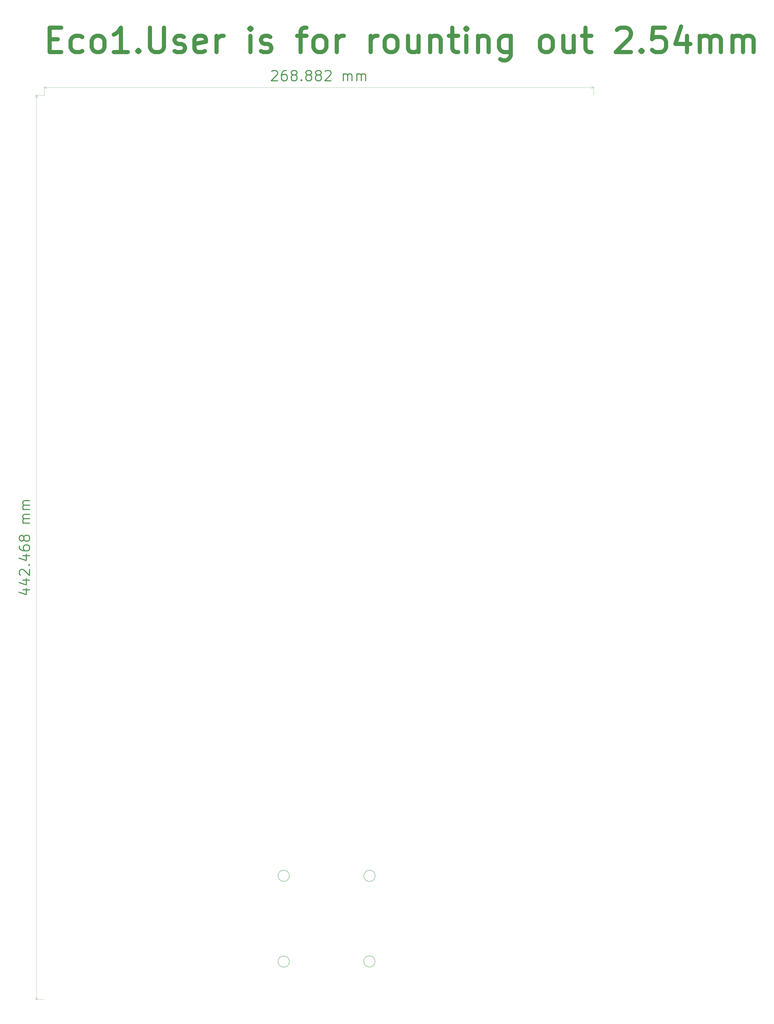
<source format=gbr>
G04 #@! TF.GenerationSoftware,KiCad,Pcbnew,(5.1.5)-3*
G04 #@! TF.CreationDate,2020-11-06T03:20:09-03:00*
G04 #@! TF.ProjectId,baseline_small,62617365-6c69-46e6-955f-736d616c6c2e,0.1*
G04 #@! TF.SameCoordinates,Original*
G04 #@! TF.FileFunction,Other,Comment*
%FSLAX46Y46*%
G04 Gerber Fmt 4.6, Leading zero omitted, Abs format (unit mm)*
G04 Created by KiCad (PCBNEW (5.1.5)-3) date 2020-11-06 03:20:09*
%MOMM*%
%LPD*%
G04 APERTURE LIST*
%ADD10C,0.500000*%
%ADD11C,0.120000*%
%ADD12C,2.000000*%
%ADD13C,0.150000*%
G04 APERTURE END LIST*
D10*
X-410600068Y-233686859D02*
X-407266735Y-233686859D01*
X-412504830Y-234877335D02*
X-408933401Y-236067812D01*
X-408933401Y-232972574D01*
X-410600068Y-228924954D02*
X-407266735Y-228924954D01*
X-412504830Y-230115431D02*
X-408933401Y-231305907D01*
X-408933401Y-228210669D01*
X-411790544Y-226544002D02*
X-412028640Y-226305907D01*
X-412266735Y-225829716D01*
X-412266735Y-224639240D01*
X-412028640Y-224163050D01*
X-411790544Y-223924954D01*
X-411314354Y-223686859D01*
X-410838163Y-223686859D01*
X-410123878Y-223924954D01*
X-407266735Y-226782097D01*
X-407266735Y-223686859D01*
X-407742925Y-221544002D02*
X-407504830Y-221305907D01*
X-407266735Y-221544002D01*
X-407504830Y-221782097D01*
X-407742925Y-221544002D01*
X-407266735Y-221544002D01*
X-410600068Y-217020193D02*
X-407266735Y-217020193D01*
X-412504830Y-218210669D02*
X-408933401Y-219401145D01*
X-408933401Y-216305907D01*
X-412266735Y-212258288D02*
X-412266735Y-213210669D01*
X-412028640Y-213686859D01*
X-411790544Y-213924954D01*
X-411076259Y-214401145D01*
X-410123878Y-214639240D01*
X-408219116Y-214639240D01*
X-407742925Y-214401145D01*
X-407504830Y-214163050D01*
X-407266735Y-213686859D01*
X-407266735Y-212734478D01*
X-407504830Y-212258288D01*
X-407742925Y-212020193D01*
X-408219116Y-211782097D01*
X-409409592Y-211782097D01*
X-409885782Y-212020193D01*
X-410123878Y-212258288D01*
X-410361973Y-212734478D01*
X-410361973Y-213686859D01*
X-410123878Y-214163050D01*
X-409885782Y-214401145D01*
X-409409592Y-214639240D01*
X-410123878Y-208924954D02*
X-410361973Y-209401145D01*
X-410600068Y-209639240D01*
X-411076259Y-209877335D01*
X-411314354Y-209877335D01*
X-411790544Y-209639240D01*
X-412028640Y-209401145D01*
X-412266735Y-208924954D01*
X-412266735Y-207972574D01*
X-412028640Y-207496383D01*
X-411790544Y-207258288D01*
X-411314354Y-207020193D01*
X-411076259Y-207020193D01*
X-410600068Y-207258288D01*
X-410361973Y-207496383D01*
X-410123878Y-207972574D01*
X-410123878Y-208924954D01*
X-409885782Y-209401145D01*
X-409647687Y-209639240D01*
X-409171497Y-209877335D01*
X-408219116Y-209877335D01*
X-407742925Y-209639240D01*
X-407504830Y-209401145D01*
X-407266735Y-208924954D01*
X-407266735Y-207972574D01*
X-407504830Y-207496383D01*
X-407742925Y-207258288D01*
X-408219116Y-207020193D01*
X-409171497Y-207020193D01*
X-409647687Y-207258288D01*
X-409885782Y-207496383D01*
X-410123878Y-207972574D01*
X-407266735Y-201067812D02*
X-410600068Y-201067812D01*
X-410123878Y-201067812D02*
X-410361973Y-200829716D01*
X-410600068Y-200353526D01*
X-410600068Y-199639240D01*
X-410361973Y-199163050D01*
X-409885782Y-198924954D01*
X-407266735Y-198924954D01*
X-409885782Y-198924954D02*
X-410361973Y-198686859D01*
X-410600068Y-198210669D01*
X-410600068Y-197496383D01*
X-410361973Y-197020193D01*
X-409885782Y-196782097D01*
X-407266735Y-196782097D01*
X-407266735Y-194401145D02*
X-410600068Y-194401145D01*
X-410123878Y-194401145D02*
X-410361973Y-194163050D01*
X-410600068Y-193686859D01*
X-410600068Y-192972574D01*
X-410361973Y-192496383D01*
X-409885782Y-192258288D01*
X-407266735Y-192258288D01*
X-409885782Y-192258288D02*
X-410361973Y-192020193D01*
X-410600068Y-191544002D01*
X-410600068Y-190829716D01*
X-410361973Y-190353526D01*
X-409885782Y-190115431D01*
X-407266735Y-190115431D01*
D11*
X-403908640Y-434206574D02*
X-403908640Y8261426D01*
X-400098640Y-434206574D02*
X-404495061Y-434206574D01*
X-400098640Y8261426D02*
X-404495061Y8261426D01*
X-403908640Y8261426D02*
X-403322219Y7134922D01*
X-403908640Y8261426D02*
X-404495061Y7134922D01*
X-403908640Y-434206574D02*
X-403322219Y-433080070D01*
X-403908640Y-434206574D02*
X-404495061Y-433080070D01*
D10*
X-288752758Y19953330D02*
X-288514662Y20191426D01*
X-288038472Y20429521D01*
X-286847996Y20429521D01*
X-286371805Y20191426D01*
X-286133710Y19953330D01*
X-285895615Y19477140D01*
X-285895615Y19000949D01*
X-286133710Y18286664D01*
X-288990853Y15429521D01*
X-285895615Y15429521D01*
X-281609900Y20429521D02*
X-282562281Y20429521D01*
X-283038472Y20191426D01*
X-283276567Y19953330D01*
X-283752758Y19239045D01*
X-283990853Y18286664D01*
X-283990853Y16381902D01*
X-283752758Y15905711D01*
X-283514662Y15667616D01*
X-283038472Y15429521D01*
X-282086091Y15429521D01*
X-281609900Y15667616D01*
X-281371805Y15905711D01*
X-281133710Y16381902D01*
X-281133710Y17572378D01*
X-281371805Y18048568D01*
X-281609900Y18286664D01*
X-282086091Y18524759D01*
X-283038472Y18524759D01*
X-283514662Y18286664D01*
X-283752758Y18048568D01*
X-283990853Y17572378D01*
X-278276567Y18286664D02*
X-278752758Y18524759D01*
X-278990853Y18762854D01*
X-279228948Y19239045D01*
X-279228948Y19477140D01*
X-278990853Y19953330D01*
X-278752758Y20191426D01*
X-278276567Y20429521D01*
X-277324186Y20429521D01*
X-276847996Y20191426D01*
X-276609900Y19953330D01*
X-276371805Y19477140D01*
X-276371805Y19239045D01*
X-276609900Y18762854D01*
X-276847996Y18524759D01*
X-277324186Y18286664D01*
X-278276567Y18286664D01*
X-278752758Y18048568D01*
X-278990853Y17810473D01*
X-279228948Y17334283D01*
X-279228948Y16381902D01*
X-278990853Y15905711D01*
X-278752758Y15667616D01*
X-278276567Y15429521D01*
X-277324186Y15429521D01*
X-276847996Y15667616D01*
X-276609900Y15905711D01*
X-276371805Y16381902D01*
X-276371805Y17334283D01*
X-276609900Y17810473D01*
X-276847996Y18048568D01*
X-277324186Y18286664D01*
X-274228948Y15905711D02*
X-273990853Y15667616D01*
X-274228948Y15429521D01*
X-274467043Y15667616D01*
X-274228948Y15905711D01*
X-274228948Y15429521D01*
X-271133710Y18286664D02*
X-271609900Y18524759D01*
X-271847996Y18762854D01*
X-272086091Y19239045D01*
X-272086091Y19477140D01*
X-271847996Y19953330D01*
X-271609900Y20191426D01*
X-271133710Y20429521D01*
X-270181329Y20429521D01*
X-269705139Y20191426D01*
X-269467043Y19953330D01*
X-269228948Y19477140D01*
X-269228948Y19239045D01*
X-269467043Y18762854D01*
X-269705139Y18524759D01*
X-270181329Y18286664D01*
X-271133710Y18286664D01*
X-271609900Y18048568D01*
X-271847996Y17810473D01*
X-272086091Y17334283D01*
X-272086091Y16381902D01*
X-271847996Y15905711D01*
X-271609900Y15667616D01*
X-271133710Y15429521D01*
X-270181329Y15429521D01*
X-269705139Y15667616D01*
X-269467043Y15905711D01*
X-269228948Y16381902D01*
X-269228948Y17334283D01*
X-269467043Y17810473D01*
X-269705139Y18048568D01*
X-270181329Y18286664D01*
X-266371805Y18286664D02*
X-266847996Y18524759D01*
X-267086091Y18762854D01*
X-267324186Y19239045D01*
X-267324186Y19477140D01*
X-267086091Y19953330D01*
X-266847996Y20191426D01*
X-266371805Y20429521D01*
X-265419424Y20429521D01*
X-264943234Y20191426D01*
X-264705139Y19953330D01*
X-264467043Y19477140D01*
X-264467043Y19239045D01*
X-264705139Y18762854D01*
X-264943234Y18524759D01*
X-265419424Y18286664D01*
X-266371805Y18286664D01*
X-266847996Y18048568D01*
X-267086091Y17810473D01*
X-267324186Y17334283D01*
X-267324186Y16381902D01*
X-267086091Y15905711D01*
X-266847996Y15667616D01*
X-266371805Y15429521D01*
X-265419424Y15429521D01*
X-264943234Y15667616D01*
X-264705139Y15905711D01*
X-264467043Y16381902D01*
X-264467043Y17334283D01*
X-264705139Y17810473D01*
X-264943234Y18048568D01*
X-265419424Y18286664D01*
X-262562281Y19953330D02*
X-262324186Y20191426D01*
X-261847996Y20429521D01*
X-260657520Y20429521D01*
X-260181329Y20191426D01*
X-259943234Y19953330D01*
X-259705139Y19477140D01*
X-259705139Y19000949D01*
X-259943234Y18286664D01*
X-262800377Y15429521D01*
X-259705139Y15429521D01*
X-253752758Y15429521D02*
X-253752758Y18762854D01*
X-253752758Y18286664D02*
X-253514662Y18524759D01*
X-253038472Y18762854D01*
X-252324186Y18762854D01*
X-251847996Y18524759D01*
X-251609900Y18048568D01*
X-251609900Y15429521D01*
X-251609900Y18048568D02*
X-251371805Y18524759D01*
X-250895615Y18762854D01*
X-250181329Y18762854D01*
X-249705139Y18524759D01*
X-249467043Y18048568D01*
X-249467043Y15429521D01*
X-247086091Y15429521D02*
X-247086091Y18762854D01*
X-247086091Y18286664D02*
X-246847996Y18524759D01*
X-246371805Y18762854D01*
X-245657520Y18762854D01*
X-245181329Y18524759D01*
X-244943234Y18048568D01*
X-244943234Y15429521D01*
X-244943234Y18048568D02*
X-244705139Y18524759D01*
X-244228948Y18762854D01*
X-243514662Y18762854D01*
X-243038472Y18524759D01*
X-242800377Y18048568D01*
X-242800377Y15429521D01*
D11*
X-400098640Y12071426D02*
X-131216400Y12071426D01*
X-400098640Y8261426D02*
X-400098640Y12657847D01*
X-131216400Y8261426D02*
X-131216400Y12657847D01*
X-131216400Y12071426D02*
X-132342904Y11485005D01*
X-131216400Y12071426D02*
X-132342904Y12657847D01*
X-400098640Y12071426D02*
X-398972136Y11485005D01*
X-400098640Y12071426D02*
X-398972136Y12657847D01*
D12*
X-397480357Y35718642D02*
X-393480357Y35718642D01*
X-391766071Y29432928D02*
X-397480357Y29432928D01*
X-397480357Y41432928D01*
X-391766071Y41432928D01*
X-381480357Y30004357D02*
X-382623214Y29432928D01*
X-384908928Y29432928D01*
X-386051785Y30004357D01*
X-386623214Y30575785D01*
X-387194642Y31718642D01*
X-387194642Y35147214D01*
X-386623214Y36290071D01*
X-386051785Y36861500D01*
X-384908928Y37432928D01*
X-382623214Y37432928D01*
X-381480357Y36861500D01*
X-374623214Y29432928D02*
X-375766071Y30004357D01*
X-376337500Y30575785D01*
X-376908928Y31718642D01*
X-376908928Y35147214D01*
X-376337500Y36290071D01*
X-375766071Y36861500D01*
X-374623214Y37432928D01*
X-372908928Y37432928D01*
X-371766071Y36861500D01*
X-371194642Y36290071D01*
X-370623214Y35147214D01*
X-370623214Y31718642D01*
X-371194642Y30575785D01*
X-371766071Y30004357D01*
X-372908928Y29432928D01*
X-374623214Y29432928D01*
X-359194642Y29432928D02*
X-366051785Y29432928D01*
X-362623214Y29432928D02*
X-362623214Y41432928D01*
X-363766071Y39718642D01*
X-364908928Y38575785D01*
X-366051785Y38004357D01*
X-354051785Y30575785D02*
X-353480357Y30004357D01*
X-354051785Y29432928D01*
X-354623214Y30004357D01*
X-354051785Y30575785D01*
X-354051785Y29432928D01*
X-348337500Y41432928D02*
X-348337500Y31718642D01*
X-347766071Y30575785D01*
X-347194642Y30004357D01*
X-346051785Y29432928D01*
X-343766071Y29432928D01*
X-342623214Y30004357D01*
X-342051785Y30575785D01*
X-341480357Y31718642D01*
X-341480357Y41432928D01*
X-336337500Y30004357D02*
X-335194642Y29432928D01*
X-332908928Y29432928D01*
X-331766071Y30004357D01*
X-331194642Y31147214D01*
X-331194642Y31718642D01*
X-331766071Y32861500D01*
X-332908928Y33432928D01*
X-334623214Y33432928D01*
X-335766071Y34004357D01*
X-336337500Y35147214D01*
X-336337500Y35718642D01*
X-335766071Y36861500D01*
X-334623214Y37432928D01*
X-332908928Y37432928D01*
X-331766071Y36861500D01*
X-321480357Y30004357D02*
X-322623214Y29432928D01*
X-324908928Y29432928D01*
X-326051785Y30004357D01*
X-326623214Y31147214D01*
X-326623214Y35718642D01*
X-326051785Y36861500D01*
X-324908928Y37432928D01*
X-322623214Y37432928D01*
X-321480357Y36861500D01*
X-320908928Y35718642D01*
X-320908928Y34575785D01*
X-326623214Y33432928D01*
X-315766071Y29432928D02*
X-315766071Y37432928D01*
X-315766071Y35147214D02*
X-315194642Y36290071D01*
X-314623214Y36861500D01*
X-313480357Y37432928D01*
X-312337500Y37432928D01*
X-299194642Y29432928D02*
X-299194642Y37432928D01*
X-299194642Y41432928D02*
X-299766071Y40861500D01*
X-299194642Y40290071D01*
X-298623214Y40861500D01*
X-299194642Y41432928D01*
X-299194642Y40290071D01*
X-294051785Y30004357D02*
X-292908928Y29432928D01*
X-290623214Y29432928D01*
X-289480357Y30004357D01*
X-288908928Y31147214D01*
X-288908928Y31718642D01*
X-289480357Y32861500D01*
X-290623214Y33432928D01*
X-292337500Y33432928D01*
X-293480357Y34004357D01*
X-294051785Y35147214D01*
X-294051785Y35718642D01*
X-293480357Y36861500D01*
X-292337500Y37432928D01*
X-290623214Y37432928D01*
X-289480357Y36861500D01*
X-276337500Y37432928D02*
X-271766071Y37432928D01*
X-274623214Y29432928D02*
X-274623214Y39718642D01*
X-274051785Y40861500D01*
X-272908928Y41432928D01*
X-271766071Y41432928D01*
X-266051785Y29432928D02*
X-267194642Y30004357D01*
X-267766071Y30575785D01*
X-268337500Y31718642D01*
X-268337500Y35147214D01*
X-267766071Y36290071D01*
X-267194642Y36861500D01*
X-266051785Y37432928D01*
X-264337500Y37432928D01*
X-263194642Y36861500D01*
X-262623214Y36290071D01*
X-262051785Y35147214D01*
X-262051785Y31718642D01*
X-262623214Y30575785D01*
X-263194642Y30004357D01*
X-264337500Y29432928D01*
X-266051785Y29432928D01*
X-256908928Y29432928D02*
X-256908928Y37432928D01*
X-256908928Y35147214D02*
X-256337500Y36290071D01*
X-255766071Y36861500D01*
X-254623214Y37432928D01*
X-253480357Y37432928D01*
X-240337500Y29432928D02*
X-240337500Y37432928D01*
X-240337500Y35147214D02*
X-239766071Y36290071D01*
X-239194642Y36861500D01*
X-238051785Y37432928D01*
X-236908928Y37432928D01*
X-231194642Y29432928D02*
X-232337500Y30004357D01*
X-232908928Y30575785D01*
X-233480357Y31718642D01*
X-233480357Y35147214D01*
X-232908928Y36290071D01*
X-232337500Y36861500D01*
X-231194642Y37432928D01*
X-229480357Y37432928D01*
X-228337500Y36861500D01*
X-227766071Y36290071D01*
X-227194642Y35147214D01*
X-227194642Y31718642D01*
X-227766071Y30575785D01*
X-228337500Y30004357D01*
X-229480357Y29432928D01*
X-231194642Y29432928D01*
X-216908928Y37432928D02*
X-216908928Y29432928D01*
X-222051785Y37432928D02*
X-222051785Y31147214D01*
X-221480357Y30004357D01*
X-220337500Y29432928D01*
X-218623214Y29432928D01*
X-217480357Y30004357D01*
X-216908928Y30575785D01*
X-211194642Y37432928D02*
X-211194642Y29432928D01*
X-211194642Y36290071D02*
X-210623214Y36861500D01*
X-209480357Y37432928D01*
X-207766071Y37432928D01*
X-206623214Y36861500D01*
X-206051785Y35718642D01*
X-206051785Y29432928D01*
X-202051785Y37432928D02*
X-197480357Y37432928D01*
X-200337500Y41432928D02*
X-200337500Y31147214D01*
X-199766071Y30004357D01*
X-198623214Y29432928D01*
X-197480357Y29432928D01*
X-193480357Y29432928D02*
X-193480357Y37432928D01*
X-193480357Y41432928D02*
X-194051785Y40861500D01*
X-193480357Y40290071D01*
X-192908928Y40861500D01*
X-193480357Y41432928D01*
X-193480357Y40290071D01*
X-187766071Y37432928D02*
X-187766071Y29432928D01*
X-187766071Y36290071D02*
X-187194642Y36861500D01*
X-186051785Y37432928D01*
X-184337500Y37432928D01*
X-183194642Y36861500D01*
X-182623214Y35718642D01*
X-182623214Y29432928D01*
X-171766071Y37432928D02*
X-171766071Y27718642D01*
X-172337500Y26575785D01*
X-172908928Y26004357D01*
X-174051785Y25432928D01*
X-175766071Y25432928D01*
X-176908928Y26004357D01*
X-171766071Y30004357D02*
X-172908928Y29432928D01*
X-175194642Y29432928D01*
X-176337500Y30004357D01*
X-176908928Y30575785D01*
X-177480357Y31718642D01*
X-177480357Y35147214D01*
X-176908928Y36290071D01*
X-176337500Y36861500D01*
X-175194642Y37432928D01*
X-172908928Y37432928D01*
X-171766071Y36861500D01*
X-155194642Y29432928D02*
X-156337500Y30004357D01*
X-156908928Y30575785D01*
X-157480357Y31718642D01*
X-157480357Y35147214D01*
X-156908928Y36290071D01*
X-156337500Y36861500D01*
X-155194642Y37432928D01*
X-153480357Y37432928D01*
X-152337500Y36861500D01*
X-151766071Y36290071D01*
X-151194642Y35147214D01*
X-151194642Y31718642D01*
X-151766071Y30575785D01*
X-152337500Y30004357D01*
X-153480357Y29432928D01*
X-155194642Y29432928D01*
X-140908928Y37432928D02*
X-140908928Y29432928D01*
X-146051785Y37432928D02*
X-146051785Y31147214D01*
X-145480357Y30004357D01*
X-144337500Y29432928D01*
X-142623214Y29432928D01*
X-141480357Y30004357D01*
X-140908928Y30575785D01*
X-136908928Y37432928D02*
X-132337500Y37432928D01*
X-135194642Y41432928D02*
X-135194642Y31147214D01*
X-134623214Y30004357D01*
X-133480357Y29432928D01*
X-132337500Y29432928D01*
X-119766071Y40290071D02*
X-119194642Y40861500D01*
X-118051785Y41432928D01*
X-115194642Y41432928D01*
X-114051785Y40861500D01*
X-113480357Y40290071D01*
X-112908928Y39147214D01*
X-112908928Y38004357D01*
X-113480357Y36290071D01*
X-120337500Y29432928D01*
X-112908928Y29432928D01*
X-107766071Y30575785D02*
X-107194642Y30004357D01*
X-107766071Y29432928D01*
X-108337500Y30004357D01*
X-107766071Y30575785D01*
X-107766071Y29432928D01*
X-96337500Y41432928D02*
X-102051785Y41432928D01*
X-102623214Y35718642D01*
X-102051785Y36290071D01*
X-100908928Y36861500D01*
X-98051785Y36861500D01*
X-96908928Y36290071D01*
X-96337500Y35718642D01*
X-95766071Y34575785D01*
X-95766071Y31718642D01*
X-96337500Y30575785D01*
X-96908928Y30004357D01*
X-98051785Y29432928D01*
X-100908928Y29432928D01*
X-102051785Y30004357D01*
X-102623214Y30575785D01*
X-85480357Y37432928D02*
X-85480357Y29432928D01*
X-88337500Y42004357D02*
X-91194642Y33432928D01*
X-83766071Y33432928D01*
X-79194642Y29432928D02*
X-79194642Y37432928D01*
X-79194642Y36290071D02*
X-78623214Y36861500D01*
X-77480357Y37432928D01*
X-75766071Y37432928D01*
X-74623214Y36861500D01*
X-74051785Y35718642D01*
X-74051785Y29432928D01*
X-74051785Y35718642D02*
X-73480357Y36861500D01*
X-72337500Y37432928D01*
X-70623214Y37432928D01*
X-69480357Y36861500D01*
X-68908928Y35718642D01*
X-68908928Y29432928D01*
X-63194642Y29432928D02*
X-63194642Y37432928D01*
X-63194642Y36290071D02*
X-62623214Y36861500D01*
X-61480357Y37432928D01*
X-59766071Y37432928D01*
X-58623214Y36861500D01*
X-58051785Y35718642D01*
X-58051785Y29432928D01*
X-58051785Y35718642D02*
X-57480357Y36861500D01*
X-56337500Y37432928D01*
X-54623214Y37432928D01*
X-53480357Y36861500D01*
X-52908928Y35718642D01*
X-52908928Y29432928D01*
D13*
X-238151600Y-373691200D02*
G75*
G03X-238151600Y-373691200I-2750000J0D01*
G01*
X-280151600Y-373641200D02*
G75*
G03X-280151600Y-373641200I-2750000J0D01*
G01*
X-280151600Y-415641200D02*
G75*
G03X-280151600Y-415641200I-2750000J0D01*
G01*
X-238201600Y-415591200D02*
G75*
G03X-238201600Y-415591200I-2750000J0D01*
G01*
M02*

</source>
